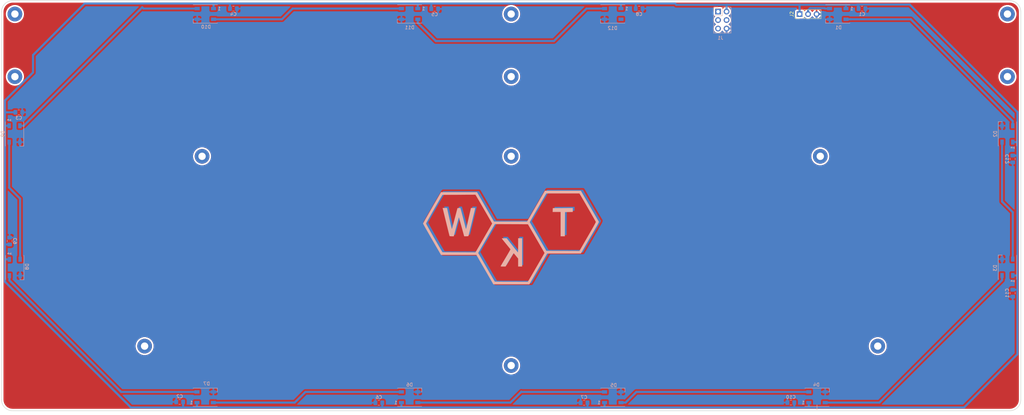
<source format=kicad_pcb>
(kicad_pcb (version 20171130) (host pcbnew 5.1.5+dfsg1-2build2)
  (layers (0 F.Cu signal hide) (31 B.Cu signal) (34 B.Paste user hide) (35 F.Paste user hide) (36 B.SilkS user) (37 F.SilkS user hide) (38 B.Mask user hide) (39 F.Mask user hide) (44 Edge.Cuts user))
  (net 0 "")
  (net 1 GND)
  (net 2 "Net-(D1-Pad2)")
  (net 3 "Net-(D2-Pad2)")
  (net 4 "Net-(D3-Pad2)")
  (net 5 "Net-(D4-Pad2)")
  (net 6 "Net-(D5-Pad2)")
  (net 7 "Net-(D6-Pad2)")
  (net 8 "Net-(D7-Pad2)")
  (net 9 "Net-(D8-Pad2)")
  (net 10 "Net-(D10-Pad2)")
  (net 11 "Net-(D11-Pad2)")
  (net 12 "Net-(D12-Pad2)")
  (net 13 reset)
  (net 14 +5V)
  (net 15 MISO)
  (net 16 RGB1)
  (net 17 "Net-(D10-Pad4)")
  (net 18 "Net-(J1-Pad3)")
  (net 19 "Net-(J1-Pad4)")
  (module TKW:tkw (layer B.Cu) (at 206.1845 128.5875 180)
    (fp_text reference G*** hide)
    (fp_text value LOGO hide)
    (fp_poly (pts (xy -9.85418 12.721167) (xy -9.606254 12.292457) (xy -9.289447 11.744341) (xy -8.919507 11.104079) (xy -8.512181 10.398935) (xy -8.083217 9.656171) (xy -7.648364 8.903048) (xy -7.223368 8.166829) (xy -7.188778 8.106901) (xy -5.417354 5.037801) (xy 4.488646 5.039865) (xy 7.026119 9.441433) (xy 9.563592 13.843) (xy 14.943336 13.843) (xy 20.323081 13.843001) (xy 20.753483 13.102167) (xy 21.365391 12.047679) (xy 21.959775 11.02099) (xy 22.530879 10.032181) (xy 23.072947 9.091331) (xy 23.580223 8.208517) (xy 24.046951 7.393819) (xy 24.467375 6.657317) (xy 24.835738 6.009089) (xy 25.146284 5.459214) (xy 25.393257 5.017771) (xy 25.570901 4.694839) (xy 25.67346 4.500497) (xy 25.697646 4.445001) (xy 25.655997 4.35512) (xy 25.534889 4.128991) (xy 25.340077 3.776691) (xy 25.077318 3.308299) (xy 24.752368 2.733895) (xy 24.370983 2.063557) (xy 23.938919 1.307364) (xy 23.461932 0.475396) (xy 22.945779 -0.422269) (xy 22.396216 -1.375552) (xy 21.818998 -2.374373) (xy 21.219883 -3.408654) (xy 20.753483 -4.212166) (xy 20.323081 -4.953) (xy 9.737979 -4.95474) (xy 9.266849 -5.77937) (xy 9.12795 -6.021656) (xy 8.915096 -6.391841) (xy 8.639069 -6.87122) (xy 8.310652 -7.441086) (xy 7.94063 -8.082734) (xy 7.539786 -8.777459) (xy 7.118903 -9.506553) (xy 6.729288 -10.181166) (xy 4.662858 -13.758333) (xy -6.099227 -13.758333) (xy -8.763957 -9.144289) (xy -11.428687 -4.530246) (xy -21.509307 -4.529666) (xy -21.602404 -4.368245) (xy -10.637928 -4.368245) (xy -10.266425 -5.020455) (xy -10.010007 -5.469388) (xy -9.705442 -6.000564) (xy -9.362531 -6.59706) (xy -8.991074 -7.241952) (xy -8.60087 -7.918314) (xy -8.20172 -8.609224) (xy -7.803423 -9.297756) (xy -7.41578 -9.966986) (xy -7.048591 -10.59999) (xy -6.711656 -11.179844) (xy -6.414774 -11.689624) (xy -6.167747 -12.112405) (xy -5.980374 -12.431263) (xy -5.862455 -12.629274) (xy -5.831417 -12.679514) (xy -5.625716 -12.997696) (xy -0.697565 -12.975848) (xy 4.230585 -12.954) (xy 4.536726 -12.446) (xy 4.663335 -12.232677) (xy 4.859027 -11.89886) (xy 5.108492 -11.470861) (xy 5.39642 -10.97499) (xy 5.7075 -10.437559) (xy 5.965459 -9.990666) (xy 6.347038 -9.328736) (xy 6.775424 -8.585588) (xy 7.220217 -7.813957) (xy 7.651019 -7.066578) (xy 8.037434 -6.396187) (xy 8.147392 -6.205416) (xy 9.206732 -4.367499) (xy 6.896478 -0.363416) (xy 6.455725 0.400023) (xy 6.035275 1.1274) (xy 5.643683 1.803974) (xy 5.289504 2.415007) (xy 4.981294 2.945758) (xy 4.727608 3.381489) (xy 4.537 3.707458) (xy 4.418027 3.908927) (xy 4.387776 3.958849) (xy 4.189328 4.27703) (xy -5.667708 4.233334) (xy -7.066531 1.813904) (xy -7.471187 1.113916) (xy -7.909321 0.355863) (xy -8.357618 -0.419901) (xy -8.792759 -1.173025) (xy -9.191428 -1.863155) (xy -9.530308 -2.44994) (xy -9.551641 -2.486886) (xy -10.637928 -4.368245) (xy -21.602404 -4.368245) (xy -23.279404 -1.4605) (xy -23.706042 -0.721197) (xy -24.146961 0.042053) (xy -24.585843 0.801055) (xy -25.006369 1.527614) (xy -25.392219 2.193537) (xy -25.727075 2.770628) (xy -25.994616 3.230694) (xy -26.00678 3.251572) (xy -26.338359 3.830389) (xy -26.596949 4.30267) (xy -26.777901 4.65928) (xy -26.876565 4.891083) (xy -26.885045 4.952008) (xy -25.987692 4.952008) (xy -25.958553 4.846656) (xy -25.849226 4.609141) (xy -25.666654 4.252495) (xy -25.417779 3.789751) (xy -25.109544 3.233942) (xy -24.748892 2.5981) (xy -24.544396 2.242675) (xy -24.139312 1.541549) (xy -23.710805 0.799446) (xy -23.279038 0.051312) (xy -22.864172 -0.667903) (xy -22.486371 -1.323251) (xy -22.165798 -1.879783) (xy -22.066579 -2.052178) (xy -21.080687 -3.765691) (xy -11.178621 -3.725333) (xy -10.026752 -1.735666) (xy -9.664329 -1.109526) (xy -9.243117 -0.381629) (xy -8.789063 0.403174) (xy -8.328113 1.200032) (xy -7.886215 1.964095) (xy -7.541522 2.560209) (xy -6.450239 4.447718) (xy 5.022462 4.447718) (xy 7.331431 0.445859) (xy 7.772064 -0.31737) (xy 8.192395 -1.044539) (xy 8.583865 -1.720902) (xy 8.937917 -2.331715) (xy 9.245994 -2.862234) (xy 9.499536 -3.297712) (xy 9.689986 -3.623407) (xy 9.808786 -3.824573) (xy 9.838849 -3.874181) (xy 10.037297 -4.192363) (xy 14.966993 -4.170514) (xy 19.896689 -4.148666) (xy 20.372332 -3.344333) (xy 20.744842 -2.711646) (xy 21.142889 -2.030645) (xy 21.557933 -1.316345) (xy 21.981433 -0.583759) (xy 22.404848 0.152098) (xy 22.819637 0.876212) (xy 23.21726 1.573569) (xy 23.589175 2.229154) (xy 23.926844 2.827954) (xy 24.221723 3.354954) (xy 24.465274 3.795139) (xy 24.648955 4.133496) (xy 24.764226 4.35501) (xy 24.802598 4.443918) (xy 24.761429 4.538493) (xy 24.643604 4.764431) (xy 24.457645 5.106745) (xy 24.212077 5.550447) (xy 23.915422 6.080552) (xy 23.576203 6.682072) (xy 23.202944 7.34002) (xy 22.804168 8.03941) (xy 22.388398 8.765254) (xy 21.964158 9.502566) (xy 21.53997 10.236358) (xy 21.124357 10.951644) (xy 20.725843 11.633437) (xy 20.372117 12.234334) (xy 19.896689 13.038667) (xy 14.967153 13.060515) (xy 10.037617 13.082364) (xy 9.831916 12.764182) (xy 9.754866 12.637235) (xy 9.603154 12.380444) (xy 9.386579 12.010733) (xy 9.114939 11.545024) (xy 8.798034 11.00024) (xy 8.445662 10.393302) (xy 8.067623 9.741134) (xy 7.673715 9.060657) (xy 7.273737 8.368794) (xy 6.877489 7.682469) (xy 6.494769 7.018602) (xy 6.135376 6.394117) (xy 5.809109 5.825935) (xy 5.525768 5.33098) (xy 5.395437 5.102526) (xy 5.022462 4.447718) (xy -6.450239 4.447718) (xy -6.208163 4.866417) (xy -6.483839 5.354209) (xy -6.625993 5.603935) (xy -6.840982 5.979231) (xy -7.116719 6.459168) (xy -7.441117 7.022818) (xy -7.802091 7.649249) (xy -8.187553 8.317535) (xy -8.585417 9.006744) (xy -8.983595 9.695949) (xy -9.370002 10.36422) (xy -9.73255 10.990627) (xy -10.059154 11.554242) (xy -10.337725 12.034135) (xy -10.556178 12.409378) (xy -10.701616 12.657667) (xy -11.176 13.462) (xy -21.079375 13.462) (xy -21.555029 12.657667) (xy -21.760832 12.30769) (xy -22.020612 11.862808) (xy -22.324832 11.339605) (xy -22.663951 10.754663) (xy -23.028432 10.124565) (xy -23.408735 9.465892) (xy -23.79532 8.795227) (xy -24.17865 8.129152) (xy -24.549185 7.48425) (xy -24.897386 6.877104) (xy -25.213714 6.324295) (xy -25.48863 5.842406) (xy -25.712596 5.448019) (xy -25.876071 5.157718) (xy -25.969518 4.988083) (xy -25.987692 4.952008) (xy -26.885045 4.952008) (xy -26.88995 4.987239) (xy -26.832664 5.078735) (xy -26.700314 5.300881) (xy -26.502308 5.637565) (xy -26.248051 6.072674) (xy -25.94695 6.590099) (xy -25.608412 7.173728) (xy -25.241844 7.80745) (xy -25.105646 8.043334) (xy -24.721206 8.709181) (xy -24.353047 9.346279) (xy -24.01209 9.935774) (xy -23.709252 10.458808) (xy -23.455454 10.896526) (xy -23.261615 11.230072) (xy -23.138655 11.440591) (xy -23.119945 11.472334) (xy -22.978769 11.713279) (xy -22.776577 12.061423) (xy -22.536405 12.476961) (xy -22.281285 12.920091) (xy -22.176763 13.102167) (xy -21.509085 14.266334) (xy -10.748158 14.266334) (xy -9.85418 12.721167)) (layer B.Cu) (width 0.01))
    (fp_poly (pts (xy -16.002909 9.145084) (xy -13.018409 9.122834) (xy -12.968339 7.979834) (xy -15.346742 7.979834) (xy -15.346742 0.6985) (xy -16.614924 0.6985) (xy -16.637 4.318) (xy -16.659075 7.9375) (xy -18.987409 7.984612) (xy -18.987409 9.167333) (xy -16.002909 9.145084)) (layer B.Cu) (width 0.01))
    (fp_poly (pts (xy -2.45033 -1.933351) (xy -2.447904 -2.51179) (xy -2.441079 -3.029806) (xy -2.430535 -3.464759) (xy -2.416952 -3.794008) (xy -2.401009 -3.99491) (xy -2.38683 -4.048012) (xy -2.321053 -3.983257) (xy -2.164466 -3.800651) (xy -1.930021 -3.51616) (xy -1.63067 -3.14575) (xy -1.279365 -2.705387) (xy -0.889058 -2.211038) (xy -0.67233 -1.934546) (xy 0.97867 0.176913) (xy 1.726559 0.180115) (xy 2.078929 0.173158) (xy 2.326595 0.150888) (xy 2.441953 0.11628) (xy 2.446225 0.102494) (xy 2.386527 0.016744) (xy 2.234226 -0.180258) (xy 2.004661 -0.469296) (xy 1.713174 -0.831153) (xy 1.375105 -1.246613) (xy 1.148003 -1.523704) (xy 0.789049 -1.96171) (xy 0.467171 -2.356801) (xy 0.197653 -2.690029) (xy -0.004223 -2.942444) (xy -0.123174 -3.095095) (xy -0.148633 -3.131458) (xy -0.113098 -3.216402) (xy 0 -3.429) (xy 0.180747 -3.751914) (xy 0.419229 -4.167809) (xy 0.705534 -4.659348) (xy 1.029748 -5.209197) (xy 1.277523 -5.625489) (xy 1.625708 -6.209448) (xy 1.946533 -6.749768) (xy 2.229497 -7.228592) (xy 2.464103 -7.628064) (xy 2.639851 -7.930329) (xy 2.746244 -8.11753) (xy 2.773718 -8.170246) (xy 2.760222 -8.225982) (xy 2.651299 -8.260755) (xy 2.422051 -8.278549) (xy 2.066372 -8.283351) (xy 1.315623 -8.283351) (xy 0.134702 -6.293684) (xy -0.176712 -5.771877) (xy -0.460874 -5.301218) (xy -0.706221 -4.900422) (xy -0.90119 -4.588202) (xy -1.034217 -4.383271) (xy -1.093738 -4.304341) (xy -1.094809 -4.304018) (xy -1.163918 -4.365811) (xy -1.31677 -4.534266) (xy -1.531105 -4.784) (xy -1.78466 -5.089626) (xy -1.796864 -5.104568) (xy -2.45033 -5.905118) (xy -2.45033 -8.283351) (xy -3.635663 -8.283351) (xy -3.635663 0.183316) (xy -2.45033 0.183316) (xy -2.45033 -1.933351)) (layer B.Cu) (width 0.01))
    (fp_poly (pts (xy 15.136147 9.216436) (xy 15.575001 9.19097) (xy 16.386949 6.080941) (xy 16.569872 5.383165) (xy 16.740466 4.737932) (xy 16.893833 4.163361) (xy 17.025071 3.677572) (xy 17.12928 3.298686) (xy 17.20156 3.044824) (xy 17.237009 2.934104) (xy 17.238819 2.93099) (xy 17.265482 3.001602) (xy 17.32438 3.220003) (xy 17.411306 3.568618) (xy 17.522053 4.029871) (xy 17.652414 4.586187) (xy 17.798179 5.21999) (xy 17.955143 5.913704) (xy 17.988426 6.062185) (xy 18.698109 9.233303) (xy 20.001831 9.233303) (xy 19.89747 8.788803) (xy 19.80943 8.417805) (xy 19.694882 7.941235) (xy 19.558537 7.378203) (xy 19.405105 6.747816) (xy 19.239296 6.069182) (xy 19.065821 5.36141) (xy 18.889389 4.643606) (xy 18.714712 3.93488) (xy 18.5465 3.254339) (xy 18.389463 2.621091) (xy 18.248311 2.054243) (xy 18.127755 1.572905) (xy 18.032505 1.196184) (xy 17.967271 0.943188) (xy 17.936765 0.833025) (xy 17.935563 0.830136) (xy 17.838237 0.799072) (xy 17.617375 0.776444) (xy 17.318728 0.766726) (xy 17.286151 0.766636) (xy 16.674901 0.766636) (xy 16.517572 1.38047) (xy 16.390159 1.873523) (xy 16.245441 2.426734) (xy 16.089445 3.017736) (xy 15.928201 3.62416) (xy 15.767737 4.223638) (xy 15.61408 4.793801) (xy 15.473261 5.31228) (xy 15.351307 5.756708) (xy 15.254246 6.104715) (xy 15.188107 6.333933) (xy 15.158919 6.421995) (xy 15.158826 6.422095) (xy 15.119201 6.370216) (xy 15.058033 6.199535) (xy 15.026137 6.088016) (xy 14.975818 5.902155) (xy 14.888166 5.581058) (xy 14.77088 5.152726) (xy 14.631654 4.645158) (xy 14.478186 4.086355) (xy 14.318173 3.504318) (xy 14.159312 2.927047) (xy 14.009298 2.382542) (xy 13.875829 1.898805) (xy 13.766602 1.503835) (xy 13.708865 1.295803) (xy 13.561633 0.766636) (xy 12.937857 0.766636) (xy 12.561149 0.780011) (xy 12.343944 0.820969) (xy 12.280378 0.87247) (xy 12.244502 1.005323) (xy 12.183803 1.248695) (xy 12.116487 1.528636) (xy 12.067248 1.73377) (xy 11.982909 2.08171) (xy 11.86875 2.550818) (xy 11.730049 3.119451) (xy 11.572087 3.76597) (xy 11.400143 4.468733) (xy 11.219496 5.206099) (xy 11.186945 5.338863) (xy 11.008538 6.068289) (xy 10.840977 6.756909) (xy 10.689022 7.384905) (xy 10.557431 7.93246) (xy 10.45096 8.379755) (xy 10.37437 8.706973) (xy 10.332418 8.894295) (xy 10.328071 8.91603) (xy 10.26855 9.233303) (xy 11.542225 9.233303) (xy 11.710986 8.49247) (xy 11.774558 8.212228) (xy 11.868457 7.796726) (xy 11.98593 7.275924) (xy 12.120224 6.679785) (xy 12.264584 6.038271) (xy 12.412257 5.381345) (xy 12.417071 5.359919) (xy 12.555943 4.750147) (xy 12.68537 4.197713) (xy 12.800237 3.723205) (xy 12.89543 3.347215) (xy 12.965835 3.090331) (xy 13.006338 2.973143) (xy 13.011168 2.968086) (xy 13.065201 3.041249) (xy 13.121274 3.219879) (xy 13.126419 3.243136) (xy 13.162549 3.394339) (xy 13.235347 3.68423) (xy 13.338294 4.087764) (xy 13.464871 4.579899) (xy 13.608557 5.135588) (xy 13.762833 5.729787) (xy 13.921178 6.337452) (xy 14.077074 6.933538) (xy 14.224 7.493) (xy 14.355437 7.990795) (xy 14.464865 8.401877) (xy 14.545763 8.701201) (xy 14.571218 8.793102) (xy 14.697292 9.241902) (xy 15.136147 9.216436)) (layer B.Cu) (width 0.01))
  )
  (module LED_SMD:LED_WS2812B_PLCC4_5.0x5.0mm_P3.2mm (layer B.Cu) (at 236.601 61.6585 180)
    (fp_text reference D12 (at 0.0635 -4.2545) (layer B.SilkS) (effects (justify mirror)))
    (fp_text value WS2812B)
    (fp_text user 1 (at -4.15 1.6) (layer B.SilkS) (effects (justify mirror)))
    (pad 1 smd rect (at -2.45 1.6 180) (size 1.5 1) (layers B.Cu B.Paste B.Mask) (net 14 +5V))
    (pad 2 smd rect (at -2.45 -1.6 180) (size 1.5 1) (layers B.Cu B.Paste B.Mask) (net 12 "Net-(D12-Pad2)"))
    (pad 4 smd rect (at 2.45 1.6 180) (size 1.5 1) (layers B.Cu B.Paste B.Mask) (net 11 "Net-(D11-Pad2)"))
    (pad 3 smd rect (at 2.45 -1.6 180) (size 1.5 1) (layers B.Cu B.Paste B.Mask) (net 1 GND))
  )
  (module LED_SMD:LED_WS2812B_PLCC4_5.0x5.0mm_P3.2mm (layer B.Cu) (at 175.8315 61.6585 180)
    (fp_text reference D11 (at 0 -4.064) (layer B.SilkS) (effects (justify mirror)))
    (fp_text value WS2812B)
    (fp_text user 1 (at -4.15 1.6) (layer B.SilkS) (effects (justify mirror)))
    (pad 1 smd rect (at -2.45 1.6 180) (size 1.5 1) (layers B.Cu B.Paste B.Mask) (net 14 +5V))
    (pad 2 smd rect (at -2.45 -1.6 180) (size 1.5 1) (layers B.Cu B.Paste B.Mask) (net 11 "Net-(D11-Pad2)"))
    (pad 4 smd rect (at 2.45 1.6 180) (size 1.5 1) (layers B.Cu B.Paste B.Mask) (net 10 "Net-(D10-Pad2)"))
    (pad 3 smd rect (at 2.45 -1.6 180) (size 1.5 1) (layers B.Cu B.Paste B.Mask) (net 1 GND))
  )
  (module LED_SMD:LED_WS2812B_PLCC4_5.0x5.0mm_P3.2mm (layer B.Cu) (at 114.7445 61.6585 180)
    (fp_text reference D10 (at -0.1905 -3.8735) (layer B.SilkS) (effects (justify mirror)))
    (fp_text value WS2812B)
    (fp_text user 1 (at -4.15 1.6) (layer B.SilkS) (effects (justify mirror)))
    (pad 1 smd rect (at -2.45 1.6 180) (size 1.5 1) (layers B.Cu B.Paste B.Mask) (net 14 +5V))
    (pad 2 smd rect (at -2.45 -1.6 180) (size 1.5 1) (layers B.Cu B.Paste B.Mask) (net 10 "Net-(D10-Pad2)"))
    (pad 4 smd rect (at 2.45 1.6 180) (size 1.5 1) (layers B.Cu B.Paste B.Mask) (net 17 "Net-(D10-Pad4)"))
    (pad 3 smd rect (at 2.45 -1.6 180) (size 1.5 1) (layers B.Cu B.Paste B.Mask) (net 1 GND))
  )
  (module LED_SMD:LED_WS2812B_PLCC4_5.0x5.0mm_P3.2mm (layer B.Cu) (at 57.658 97.5995 270)
    (fp_text reference D9 (at 0 3.5 90) (layer B.SilkS) (effects (justify mirror)))
    (fp_text value WS2812B)
    (fp_text user 1 (at -4.15 1.6 90) (layer B.SilkS) (effects (justify mirror)))
    (pad 1 smd rect (at -2.45 1.6 270) (size 1.5 1) (layers B.Cu B.Paste B.Mask) (net 14 +5V))
    (pad 2 smd rect (at -2.45 -1.6 270) (size 1.5 1) (layers B.Cu B.Paste B.Mask) (net 17 "Net-(D10-Pad4)"))
    (pad 4 smd rect (at 2.45 1.6 270) (size 1.5 1) (layers B.Cu B.Paste B.Mask) (net 9 "Net-(D8-Pad2)"))
    (pad 3 smd rect (at 2.45 -1.6 270) (size 1.5 1) (layers B.Cu B.Paste B.Mask) (net 1 GND))
  )
  (module LED_SMD:LED_WS2812B_PLCC4_5.0x5.0mm_P3.2mm (layer B.Cu) (at 57.7215 137.6045 270)
    (fp_text reference D8 (at -0.254 -3.683 90) (layer B.SilkS) (effects (justify mirror)))
    (fp_text value WS2812B)
    (fp_text user 1 (at -4.15 1.6 90) (layer B.SilkS) (effects (justify mirror)))
    (pad 1 smd rect (at -2.45 1.6 270) (size 1.5 1) (layers B.Cu B.Paste B.Mask) (net 14 +5V))
    (pad 2 smd rect (at -2.45 -1.6 270) (size 1.5 1) (layers B.Cu B.Paste B.Mask) (net 9 "Net-(D8-Pad2)"))
    (pad 4 smd rect (at 2.45 1.6 270) (size 1.5 1) (layers B.Cu B.Paste B.Mask) (net 8 "Net-(D7-Pad2)"))
    (pad 3 smd rect (at 2.45 -1.6 270) (size 1.5 1) (layers B.Cu B.Paste B.Mask) (net 1 GND))
  )
  (module LED_SMD:LED_WS2812B_PLCC4_5.0x5.0mm_P3.2mm (layer B.Cu) (at 114.681 176.4665)
    (fp_text reference D7 (at 0.4445 -4.064) (layer B.SilkS) (effects (justify mirror)))
    (fp_text value WS2812B)
    (fp_text user 1 (at -4.15 1.6) (layer B.SilkS) (effects (justify mirror)))
    (pad 1 smd rect (at -2.45 1.6) (size 1.5 1) (layers B.Cu B.Paste B.Mask) (net 14 +5V))
    (pad 2 smd rect (at -2.45 -1.6) (size 1.5 1) (layers B.Cu B.Paste B.Mask) (net 8 "Net-(D7-Pad2)"))
    (pad 4 smd rect (at 2.45 1.6) (size 1.5 1) (layers B.Cu B.Paste B.Mask) (net 7 "Net-(D6-Pad2)"))
    (pad 3 smd rect (at 2.45 -1.6) (size 1.5 1) (layers B.Cu B.Paste B.Mask) (net 1 GND))
  )
  (module LED_SMD:LED_WS2812B_PLCC4_5.0x5.0mm_P3.2mm (layer B.Cu) (at 175.8315 176.4665)
    (fp_text reference D6 (at 0 -3.7465) (layer B.SilkS) (effects (justify mirror)))
    (fp_text value WS2812B)
    (fp_text user 1 (at -4.15 1.6) (layer B.SilkS) (effects (justify mirror)))
    (pad 1 smd rect (at -2.45 1.6) (size 1.5 1) (layers B.Cu B.Paste B.Mask) (net 14 +5V))
    (pad 2 smd rect (at -2.45 -1.6) (size 1.5 1) (layers B.Cu B.Paste B.Mask) (net 7 "Net-(D6-Pad2)"))
    (pad 4 smd rect (at 2.45 1.6) (size 1.5 1) (layers B.Cu B.Paste B.Mask) (net 6 "Net-(D5-Pad2)"))
    (pad 3 smd rect (at 2.45 -1.6) (size 1.5 1) (layers B.Cu B.Paste B.Mask) (net 1 GND))
  )
  (module LED_SMD:LED_WS2812B_PLCC4_5.0x5.0mm_P3.2mm (layer B.Cu) (at 236.601 176.4665)
    (fp_text reference D5 (at 0.254 -3.6195) (layer B.SilkS) (effects (justify mirror)))
    (fp_text value WS2812B)
    (fp_text user 1 (at -4.15 1.6) (layer B.SilkS) (effects (justify mirror)))
    (pad 1 smd rect (at -2.45 1.6) (size 1.5 1) (layers B.Cu B.Paste B.Mask) (net 14 +5V))
    (pad 2 smd rect (at -2.45 -1.6) (size 1.5 1) (layers B.Cu B.Paste B.Mask) (net 6 "Net-(D5-Pad2)"))
    (pad 4 smd rect (at 2.45 1.6) (size 1.5 1) (layers B.Cu B.Paste B.Mask) (net 5 "Net-(D4-Pad2)"))
    (pad 3 smd rect (at 2.45 -1.6) (size 1.5 1) (layers B.Cu B.Paste B.Mask) (net 1 GND))
  )
  (module LED_SMD:LED_WS2812B_PLCC4_5.0x5.0mm_P3.2mm (layer B.Cu) (at 297.688 176.4665)
    (fp_text reference D4 (at -0.1905 -3.7465) (layer B.SilkS) (effects (justify mirror)))
    (fp_text value WS2812B)
    (fp_text user 1 (at -4.15 1.6) (layer B.SilkS) (effects (justify mirror)))
    (pad 1 smd rect (at -2.45 1.6) (size 1.5 1) (layers B.Cu B.Paste B.Mask) (net 14 +5V))
    (pad 2 smd rect (at -2.45 -1.6) (size 1.5 1) (layers B.Cu B.Paste B.Mask) (net 5 "Net-(D4-Pad2)"))
    (pad 4 smd rect (at 2.45 1.6) (size 1.5 1) (layers B.Cu B.Paste B.Mask) (net 4 "Net-(D3-Pad2)"))
    (pad 3 smd rect (at 2.45 -1.6) (size 1.5 1) (layers B.Cu B.Paste B.Mask) (net 1 GND))
  )
  (module LED_SMD:LED_WS2812B_PLCC4_5.0x5.0mm_P3.2mm (layer B.Cu) (at 354.6475 137.541 90)
    (fp_text reference D3 (at -0.1905 -3.683 90) (layer B.SilkS) (effects (justify mirror)))
    (fp_text value WS2812B)
    (fp_text user 1 (at -4.15 1.6 90) (layer B.SilkS) (effects (justify mirror)))
    (pad 1 smd rect (at -2.45 1.6 90) (size 1.5 1) (layers B.Cu B.Paste B.Mask) (net 14 +5V))
    (pad 2 smd rect (at -2.45 -1.6 90) (size 1.5 1) (layers B.Cu B.Paste B.Mask) (net 4 "Net-(D3-Pad2)"))
    (pad 4 smd rect (at 2.45 1.6 90) (size 1.5 1) (layers B.Cu B.Paste B.Mask) (net 3 "Net-(D2-Pad2)"))
    (pad 3 smd rect (at 2.45 -1.6 90) (size 1.5 1) (layers B.Cu B.Paste B.Mask) (net 1 GND))
  )
  (module LED_SMD:LED_WS2812B_PLCC4_5.0x5.0mm_P3.2mm (layer B.Cu) (at 354.6475 97.5995 90)
    (fp_text reference D2 (at 0 -3.6195 90) (layer B.SilkS) (effects (justify mirror)))
    (fp_text value WS2812B)
    (fp_text user 1 (at -4.15 1.6 90) (layer B.SilkS) (effects (justify mirror)))
    (pad 1 smd rect (at -2.45 1.6 90) (size 1.5 1) (layers B.Cu B.Paste B.Mask) (net 14 +5V))
    (pad 2 smd rect (at -2.45 -1.6 90) (size 1.5 1) (layers B.Cu B.Paste B.Mask) (net 3 "Net-(D2-Pad2)"))
    (pad 4 smd rect (at 2.45 1.6 90) (size 1.5 1) (layers B.Cu B.Paste B.Mask) (net 2 "Net-(D1-Pad2)"))
    (pad 3 smd rect (at 2.45 -1.6 90) (size 1.5 1) (layers B.Cu B.Paste B.Mask) (net 1 GND))
  )
  (module LED_SMD:LED_WS2812B_PLCC4_5.0x5.0mm_P3.2mm (layer B.Cu) (at 303.911 61.6585 180)
    (fp_text reference D1 (at -0.1905 -4.064) (layer B.SilkS) (effects (justify mirror)))
    (fp_text value WS2812B)
    (fp_text user 1 (at -4.15 1.6) (layer B.SilkS) (effects (justify mirror)))
    (pad 1 smd rect (at -2.45 1.6 180) (size 1.5 1) (layers B.Cu B.Paste B.Mask) (net 14 +5V))
    (pad 2 smd rect (at -2.45 -1.6 180) (size 1.5 1) (layers B.Cu B.Paste B.Mask) (net 2 "Net-(D1-Pad2)"))
    (pad 4 smd rect (at 2.45 1.6 180) (size 1.5 1) (layers B.Cu B.Paste B.Mask) (net 16 RGB1))
    (pad 3 smd rect (at 2.45 -1.6 180) (size 1.5 1) (layers B.Cu B.Paste B.Mask) (net 1 GND))
  )
  (module Capacitor_SMD:C_0805_2012Metric_Pad1.15x1.40mm_HandSolder (layer B.Cu) (at 356.235 105.1015 270)
    (fp_text reference C12 (at 0 1.65 90) (layer B.SilkS) (effects (justify mirror)))
    (fp_text value C)
    (pad 2 smd roundrect (at 1.025 0 270) (size 1.15 1.4) (layers B.Cu B.Paste B.Mask) (roundrect_rratio 0.217391) (net 1 GND))
    (pad 1 smd roundrect (at -1.025 0 270) (size 1.15 1.4) (layers B.Cu B.Paste B.Mask) (roundrect_rratio 0.217391) (net 14 +5V))
  )
  (module Capacitor_SMD:C_0805_2012Metric_Pad1.15x1.40mm_HandSolder (layer B.Cu) (at 356.235 145.288 270)
    (fp_text reference C11 (at 0 1.65 90) (layer B.SilkS) (effects (justify mirror)))
    (fp_text value C)
    (pad 2 smd roundrect (at 1.025 0 270) (size 1.15 1.4) (layers B.Cu B.Paste B.Mask) (roundrect_rratio 0.217391) (net 1 GND))
    (pad 1 smd roundrect (at -1.025 0 270) (size 1.15 1.4) (layers B.Cu B.Paste B.Mask) (roundrect_rratio 0.217391) (net 14 +5V))
  )
  (module Capacitor_SMD:C_0805_2012Metric_Pad1.15x1.40mm_HandSolder (layer B.Cu) (at 289.8775 178.054 180)
    (fp_text reference C10 (at 0 1.65) (layer B.SilkS) (effects (justify mirror)))
    (fp_text value C)
    (pad 2 smd roundrect (at 1.025 0 180) (size 1.15 1.4) (layers B.Cu B.Paste B.Mask) (roundrect_rratio 0.217391) (net 1 GND))
    (pad 1 smd roundrect (at -1.025 0 180) (size 1.15 1.4) (layers B.Cu B.Paste B.Mask) (roundrect_rratio 0.217391) (net 14 +5V))
  )
  (module Capacitor_SMD:C_0805_2012Metric_Pad1.15x1.40mm_HandSolder (layer B.Cu) (at 56.1975 129.667 90)
    (fp_text reference C9 (at 0 1.65 90) (layer B.SilkS) (effects (justify mirror)))
    (fp_text value C)
    (pad 2 smd roundrect (at 1.025 0 90) (size 1.15 1.4) (layers B.Cu B.Paste B.Mask) (roundrect_rratio 0.217391) (net 1 GND))
    (pad 1 smd roundrect (at -1.025 0 90) (size 1.15 1.4) (layers B.Cu B.Paste B.Mask) (roundrect_rratio 0.217391) (net 14 +5V))
  )
  (module Capacitor_SMD:C_0805_2012Metric_Pad1.15x1.40mm_HandSolder (layer B.Cu) (at 244.484 60.071)
    (fp_text reference C8 (at 0 1.65) (layer B.SilkS) (effects (justify mirror)))
    (fp_text value C)
    (pad 2 smd roundrect (at 1.025 0) (size 1.15 1.4) (layers B.Cu B.Paste B.Mask) (roundrect_rratio 0.217391) (net 1 GND))
    (pad 1 smd roundrect (at -1.025 0) (size 1.15 1.4) (layers B.Cu B.Paste B.Mask) (roundrect_rratio 0.217391) (net 14 +5V))
  )
  (module Capacitor_SMD:C_0805_2012Metric_Pad1.15x1.40mm_HandSolder (layer B.Cu) (at 228.0195 178.1175 180)
    (fp_text reference C7 (at 0 1.65) (layer B.SilkS) (effects (justify mirror)))
    (fp_text value C)
    (pad 2 smd roundrect (at 1.025 0 180) (size 1.15 1.4) (layers B.Cu B.Paste B.Mask) (roundrect_rratio 0.217391) (net 1 GND))
    (pad 1 smd roundrect (at -1.025 0 180) (size 1.15 1.4) (layers B.Cu B.Paste B.Mask) (roundrect_rratio 0.217391) (net 14 +5V))
  )
  (module Capacitor_SMD:C_0805_2012Metric_Pad1.15x1.40mm_HandSolder (layer B.Cu) (at 166.624 178.1175 180)
    (fp_text reference C6 (at 0 1.65) (layer B.SilkS) (effects (justify mirror)))
    (fp_text value C)
    (pad 2 smd roundrect (at 1.025 0 180) (size 1.15 1.4) (layers B.Cu B.Paste B.Mask) (roundrect_rratio 0.217391) (net 1 GND))
    (pad 1 smd roundrect (at -1.025 0 180) (size 1.15 1.4) (layers B.Cu B.Paste B.Mask) (roundrect_rratio 0.217391) (net 14 +5V))
  )
  (module Capacitor_SMD:C_0805_2012Metric_Pad1.15x1.40mm_HandSolder (layer B.Cu) (at 183.3245 60.1345)
    (fp_text reference C5 (at 0 1.65) (layer B.SilkS) (effects (justify mirror)))
    (fp_text value C)
    (pad 2 smd roundrect (at 1.025 0) (size 1.15 1.4) (layers B.Cu B.Paste B.Mask) (roundrect_rratio 0.217391) (net 1 GND))
    (pad 1 smd roundrect (at -1.025 0) (size 1.15 1.4) (layers B.Cu B.Paste B.Mask) (roundrect_rratio 0.217391) (net 14 +5V))
  )
  (module Capacitor_SMD:C_0805_2012Metric_Pad1.15x1.40mm_HandSolder (layer B.Cu) (at 123.1265 60.071)
    (fp_text reference C4 (at 0 1.65) (layer B.SilkS) (effects (justify mirror)))
    (fp_text value C)
    (pad 2 smd roundrect (at 1.025 0) (size 1.15 1.4) (layers B.Cu B.Paste B.Mask) (roundrect_rratio 0.217391) (net 1 GND))
    (pad 1 smd roundrect (at -1.025 0) (size 1.15 1.4) (layers B.Cu B.Paste B.Mask) (roundrect_rratio 0.217391) (net 14 +5V))
  )
  (module Capacitor_SMD:C_0805_2012Metric_Pad1.15x1.40mm_HandSolder (layer B.Cu) (at 58.937 91.1225)
    (fp_text reference C3 (at 0 1.65) (layer B.SilkS) (effects (justify mirror)))
    (fp_text value C)
    (pad 2 smd roundrect (at 1.025 0) (size 1.15 1.4) (layers B.Cu B.Paste B.Mask) (roundrect_rratio 0.217391) (net 1 GND))
    (pad 1 smd roundrect (at -1.025 0) (size 1.15 1.4) (layers B.Cu B.Paste B.Mask) (roundrect_rratio 0.217391) (net 14 +5V))
  )
  (module Capacitor_SMD:C_0805_2012Metric_Pad1.15x1.40mm_HandSolder (layer B.Cu) (at 107.052 177.8635 180)
    (fp_text reference C2 (at 0 1.65) (layer B.SilkS) (effects (justify mirror)))
    (fp_text value C)
    (pad 2 smd roundrect (at 1.025 0 180) (size 1.15 1.4) (layers B.Cu B.Paste B.Mask) (roundrect_rratio 0.217391) (net 1 GND))
    (pad 1 smd roundrect (at -1.025 0 180) (size 1.15 1.4) (layers B.Cu B.Paste B.Mask) (roundrect_rratio 0.217391) (net 14 +5V))
  )
  (module Capacitor_SMD:C_0805_2012Metric_Pad1.15x1.40mm_HandSolder (layer B.Cu) (at 311.15 60.071)
    (fp_text reference C1 (at 0 1.65) (layer B.SilkS) (effects (justify mirror)))
    (fp_text value C)
    (pad 2 smd roundrect (at 1.025 0) (size 1.15 1.4) (layers B.Cu B.Paste B.Mask) (roundrect_rratio 0.217391) (net 1 GND))
    (pad 1 smd roundrect (at -1.025 0) (size 1.15 1.4) (layers B.Cu B.Paste B.Mask) (roundrect_rratio 0.217391) (net 14 +5V))
  )
  (module MountingHole:MountingHole_2.2mm_M2_Pad (layer F.Cu) (at 206.213345 104.302994)
    (fp_text reference REF**)
    (fp_text value MountingHole_2.2mm_M2_Pad)
    (pad 1 thru_hole circle (at 0 0) (size 4.4 4.4) (drill 2.2) (layers *.Cu *.Mask))
  )
  (module MountingHole:MountingHole_2.2mm_M2_Pad (layer F.Cu) (at 206.213345 80.44475)
    (fp_text reference REF**)
    (fp_text value MountingHole_2.2mm_M2_Pad)
    (pad 1 thru_hole circle (at 0 0) (size 4.4 4.4) (drill 2.2) (layers *.Cu *.Mask))
  )
  (module MountingHole:MountingHole_2.2mm_M2_Pad (layer F.Cu) (at 206.213345 61.69475)
    (fp_text reference REF**)
    (fp_text value MountingHole_2.2mm_M2_Pad)
    (pad 1 thru_hole circle (at 0 0) (size 4.4 4.4) (drill 2.2) (layers *.Cu *.Mask))
  )
  (module MountingHole:MountingHole_2.2mm_M2_Pad (layer F.Cu) (at 206.213345 166.95811)
    (fp_text reference REF**)
    (fp_text value MountingHole_2.2mm_M2_Pad)
    (pad 1 thru_hole circle (at 0 0) (size 4.4 4.4) (drill 2.2) (layers *.Cu *.Mask))
  )
  (module MountingHole:MountingHole_2.2mm_M2_Pad (layer F.Cu) (at 298.671968 104.302994)
    (fp_text reference REF**)
    (fp_text value MountingHole_2.2mm_M2_Pad)
    (pad 1 thru_hole circle (at 0 0) (size 4.4 4.4) (drill 2.2) (layers *.Cu *.Mask))
  )
  (module MountingHole:MountingHole_2.2mm_M2_Pad (layer F.Cu) (at 113.754723 104.302994)
    (fp_text reference REF**)
    (fp_text value MountingHole_2.2mm_M2_Pad)
    (pad 1 thru_hole circle (at 0 0) (size 4.4 4.4) (drill 2.2) (layers *.Cu *.Mask))
  )
  (module MountingHole:MountingHole_2.2mm_M2_Pad (layer F.Cu) (at 315.860803 161.14696)
    (fp_text reference REF**)
    (fp_text value MountingHole_2.2mm_M2_Pad)
    (pad 1 thru_hole circle (at 0 0) (size 4.4 4.4) (drill 2.2) (layers *.Cu *.Mask))
  )
  (module MountingHole:MountingHole_2.2mm_M2_Pad (layer F.Cu) (at 96.565888 161.14696)
    (fp_text reference REF**)
    (fp_text value MountingHole_2.2mm_M2_Pad)
    (pad 1 thru_hole circle (at 0 0) (size 4.4 4.4) (drill 2.2) (layers *.Cu *.Mask))
  )
  (module MountingHole:MountingHole_2.2mm_M2_Pad (layer F.Cu) (at 354.660309 80.44475)
    (fp_text reference REF**)
    (fp_text value MountingHole_2.2mm_M2_Pad)
    (pad 1 thru_hole circle (at 0 0) (size 4.4 4.4) (drill 2.2) (layers *.Cu *.Mask))
  )
  (module MountingHole:MountingHole_2.2mm_M2_Pad (layer F.Cu) (at 354.660309 61.69475)
    (fp_text reference REF**)
    (fp_text value MountingHole_2.2mm_M2_Pad)
    (pad 1 thru_hole circle (at 0 0) (size 4.4 4.4) (drill 2.2) (layers *.Cu *.Mask))
  )
  (module MountingHole:MountingHole_2.2mm_M2_Pad (layer F.Cu) (at 57.766382 61.69475)
    (fp_text reference REF**)
    (fp_text value MountingHole_2.2mm_M2_Pad)
    (pad 1 thru_hole circle (at 0 0) (size 4.4 4.4) (drill 2.2) (layers *.Cu *.Mask))
  )
  (module MountingHole:MountingHole_2.2mm_M2_Pad (layer F.Cu) (at 57.766382 80.44475)
    (fp_text reference REF**)
    (fp_text value MountingHole_2.2mm_M2_Pad)
    (pad 1 thru_hole circle (at 0 0) (size 4.4 4.4) (drill 2.2) (layers *.Cu *.Mask))
  )
  (module Connector_PinSocket_2.54mm:PinSocket_2x03_P2.54mm_Vertical (layer B.Cu) (at 268.097 60.96 180)
    (fp_text reference J1 (at -0.6985 -7.874) (layer B.SilkS) (effects (justify mirror)))
    (fp_text value AVR-ISP-6)
    (pad 6 thru_hole oval (at -2.54 -5.08 180) (size 1.7 1.7) (drill 1) (layers *.Cu *.Mask) (net 1 GND))
    (pad 5 thru_hole oval (at 0 -5.08 180) (size 1.7 1.7) (drill 1) (layers *.Cu *.Mask) (net 13 reset))
    (pad 4 thru_hole oval (at -2.54 -2.54 180) (size 1.7 1.7) (drill 1) (layers *.Cu *.Mask) (net 19 "Net-(J1-Pad4)"))
    (pad 3 thru_hole oval (at 0 -2.54 180) (size 1.7 1.7) (drill 1) (layers *.Cu *.Mask) (net 18 "Net-(J1-Pad3)"))
    (pad 2 thru_hole oval (at -2.54 0 180) (size 1.7 1.7) (drill 1) (layers *.Cu *.Mask) (net 14 +5V))
    (pad 1 thru_hole rect (at 0 0 180) (size 1.7 1.7) (drill 1) (layers *.Cu *.Mask) (net 15 MISO))
  )
  (module Connector_PinHeader_2.54mm:PinHeader_1x03_P2.54mm_Vertical (layer F.Cu) (at 292.481 61.722 90)
    (fp_text reference J2 (at 0 -2.33 90) (layer F.SilkS))
    (fp_text value Conn_01x03_Male)
    (pad 3 thru_hole oval (at 0 5.08 90) (size 1.7 1.7) (drill 1) (layers *.Cu *.Mask) (net 1 GND))
    (pad 2 thru_hole oval (at 0 2.54 90) (size 1.7 1.7) (drill 1) (layers *.Cu *.Mask) (net 16 RGB1))
    (pad 1 thru_hole rect (at 0 0 90) (size 1.7 1.7) (drill 1) (layers *.Cu *.Mask) (net 14 +5V))
  )
  (gr_line (start 297.688 178.7525) (end 297.688 180.1495) (layer B.SilkS) (width 0.15))
  (gr_line (start 355.35325 180.502219) (end 57.076441 180.502219) (layer Edge.Cuts) (width 0.15))
  (gr_line (start 358.660309 61.001809) (end 358.660309 177.19516) (layer Edge.Cuts) (width 0.15))
  (gr_line (start 57.073441 57.69475) (end 355.35325 57.69475) (layer Edge.Cuts) (width 0.15))
  (gr_line (start 53.766382 177.198159) (end 53.766382 61.001809) (layer Edge.Cuts) (width 0.15))
  (gr_arc (start 355.35325 61.001809) (end 358.660309 61.001809) (angle -90) (layer Edge.Cuts) (width 0.15))
  (gr_arc (start 355.35325 177.19516) (end 355.35325 180.502219) (angle -90) (layer Edge.Cuts) (width 0.15))
  (gr_arc (start 57.073441 177.195159) (end 53.766382 177.198159) (angle -90) (layer Edge.Cuts) (width 0.15))
  (gr_arc (start 57.073441 61.001809) (end 57.073441 57.69475) (angle -90) (layer Edge.Cuts) (width 0.15))
  (segment (start 307.746 63.2585) (end 306.361 63.2585) (width 0.635) (layer B.Cu) (net 2))
  (segment (start 325.7415 63.2585) (end 307.746 63.2585) (width 0.635) (layer B.Cu) (net 2))
  (segment (start 356.2475 93.7645) (end 325.7415 63.2585) (width 0.635) (layer B.Cu) (net 2))
  (segment (start 356.2475 95.1495) (end 356.2475 93.7645) (width 0.635) (layer B.Cu) (net 2))
  (segment (start 353.0475 117.8435) (end 353.0475 100.0495) (width 0.635) (layer B.Cu) (net 3))
  (segment (start 356.2475 121.0435) (end 353.0475 117.8435) (width 0.635) (layer B.Cu) (net 3))
  (segment (start 356.2475 135.091) (end 356.2475 121.0435) (width 0.635) (layer B.Cu) (net 3))
  (segment (start 353.0475 141.376) (end 353.0475 139.991) (width 0.635) (layer B.Cu) (net 4))
  (segment (start 316.357 178.0665) (end 353.0475 141.376) (width 0.635) (layer B.Cu) (net 4))
  (segment (start 300.138 178.0665) (end 316.357 178.0665) (width 0.635) (layer B.Cu) (net 4))
  (segment (start 293.853 174.8665) (end 295.238 174.8665) (width 0.635) (layer B.Cu) (net 5))
  (segment (start 243.636 174.8665) (end 293.853 174.8665) (width 0.635) (layer B.Cu) (net 5))
  (segment (start 240.436 178.0665) (end 243.636 174.8665) (width 0.635) (layer B.Cu) (net 5))
  (segment (start 239.051 178.0665) (end 240.436 178.0665) (width 0.635) (layer B.Cu) (net 5))
  (segment (start 178.2815 178.0665) (end 205.9815 178.0665) (width 0.635) (layer B.Cu) (net 6))
  (segment (start 205.9815 178.0665) (end 209.2325 174.8155) (width 0.635) (layer B.Cu) (net 6))
  (segment (start 209.2835 174.8665) (end 234.151 174.8665) (width 0.635) (layer B.Cu) (net 6))
  (segment (start 209.2325 174.8155) (end 209.2835 174.8665) (width 0.635) (layer B.Cu) (net 6))
  (segment (start 144.6655 174.8665) (end 173.3815 174.8665) (width 0.635) (layer B.Cu) (net 7))
  (segment (start 141.4655 178.0665) (end 144.6655 174.8665) (width 0.635) (layer B.Cu) (net 7))
  (segment (start 117.131 178.0665) (end 141.4655 178.0665) (width 0.635) (layer B.Cu) (net 7))
  (segment (start 110.846 174.8665) (end 112.231 174.8665) (width 0.635) (layer B.Cu) (net 8))
  (segment (start 89.5485 174.8665) (end 110.846 174.8665) (width 0.635) (layer B.Cu) (net 8))
  (segment (start 56.1215 141.4395) (end 89.5485 174.8665) (width 0.635) (layer B.Cu) (net 8))
  (segment (start 56.1215 140.0545) (end 56.1215 141.4395) (width 0.635) (layer B.Cu) (net 8))
  (segment (start 59.3215 116.9795) (end 59.3215 135.1545) (width 0.635) (layer B.Cu) (net 9))
  (segment (start 56.058 113.716) (end 59.3215 116.9795) (width 0.635) (layer B.Cu) (net 9))
  (segment (start 56.058 100.0495) (end 56.058 113.716) (width 0.635) (layer B.Cu) (net 9))
  (segment (start 140.8555 60.0585) (end 173.3815 60.0585) (width 0.635) (layer B.Cu) (net 10))
  (segment (start 137.6555 63.2585) (end 140.8555 60.0585) (width 0.635) (layer B.Cu) (net 10))
  (segment (start 117.1945 63.2585) (end 137.6555 63.2585) (width 0.635) (layer B.Cu) (net 10))
  (segment (start 178.2815 64.3935) (end 183.6745 69.7865) (width 0.635) (layer B.Cu) (net 11))
  (segment (start 178.2815 63.2585) (end 178.2815 64.3935) (width 0.635) (layer B.Cu) (net 11))
  (segment (start 183.6745 69.7865) (end 219.0115 69.7865) (width 0.635) (layer B.Cu) (net 11))
  (segment (start 228.7395 60.0585) (end 234.151 60.0585) (width 0.635) (layer B.Cu) (net 11))
  (segment (start 219.0115 69.7865) (end 228.7395 60.0585) (width 0.635) (layer B.Cu) (net 11))
  (segment (start 310.125 59.371) (end 309.682 58.928) (width 0.635) (layer B.Cu) (net 14))
  (segment (start 310.125 60.071) (end 310.125 59.371) (width 0.635) (layer B.Cu) (net 14))
  (segment (start 255.610241 58.928) (end 255.229241 58.547) (width 0.635) (layer B.Cu) (net 14))
  (segment (start 78.613 58.547) (end 63.1825 73.9775) (width 0.635) (layer B.Cu) (net 14))
  (segment (start 63.1825 79.1845) (end 54.8005 87.5665) (width 0.635) (layer B.Cu) (net 14))
  (segment (start 63.1825 73.9775) (end 63.1825 79.1845) (width 0.635) (layer B.Cu) (net 14))
  (segment (start 54.8005 87.5665) (end 54.8005 88.7095) (width 0.635) (layer B.Cu) (net 14))
  (segment (start 54.8005 141.859) (end 92.456 179.5145) (width 0.635) (layer B.Cu) (net 14))
  (segment (start 292.608 58.928) (end 292.481 59.055) (width 0.635) (layer B.Cu) (net 14))
  (segment (start 292.481 59.055) (end 292.481 61.722) (width 0.635) (layer B.Cu) (net 14))
  (segment (start 306.324 60.0215) (end 306.361 60.0585) (width 0.635) (layer B.Cu) (net 14))
  (segment (start 306.324 58.928) (end 306.324 60.0215) (width 0.635) (layer B.Cu) (net 14))
  (segment (start 306.324 58.928) (end 292.6155 58.928) (width 0.635) (layer B.Cu) (net 14))
  (segment (start 239.051 58.7005) (end 239.051 60.0585) (width 0.635) (layer B.Cu) (net 14))
  (segment (start 239.2045 58.547) (end 239.051 58.7005) (width 0.635) (layer B.Cu) (net 14))
  (segment (start 243.459 58.674) (end 243.459 60.071) (width 0.635) (layer B.Cu) (net 14))
  (segment (start 243.586 58.547) (end 243.459 58.674) (width 0.635) (layer B.Cu) (net 14))
  (segment (start 255.229241 58.547) (end 243.586 58.547) (width 0.635) (layer B.Cu) (net 14))
  (segment (start 243.586 58.547) (end 239.2045 58.547) (width 0.635) (layer B.Cu) (net 14))
  (segment (start 122.1015 58.792) (end 122.1015 60.071) (width 0.635) (layer B.Cu) (net 14))
  (segment (start 121.8565 58.547) (end 122.1015 58.792) (width 0.635) (layer B.Cu) (net 14))
  (segment (start 162.7505 58.547) (end 121.8565 58.547) (width 0.635) (layer B.Cu) (net 14))
  (segment (start 117.1945 58.8275) (end 117.1945 60.0585) (width 0.635) (layer B.Cu) (net 14))
  (segment (start 117.475 58.547) (end 117.1945 58.8275) (width 0.635) (layer B.Cu) (net 14))
  (segment (start 121.8565 58.547) (end 117.475 58.547) (width 0.635) (layer B.Cu) (net 14))
  (segment (start 117.475 58.547) (end 78.613 58.547) (width 0.635) (layer B.Cu) (net 14))
  (segment (start 54.8005 95.0595) (end 54.8905 95.1495) (width 0.635) (layer B.Cu) (net 14))
  (segment (start 54.8905 95.1495) (end 56.058 95.1495) (width 0.635) (layer B.Cu) (net 14))
  (segment (start 54.9275 91.1225) (end 57.912 91.1225) (width 0.635) (layer B.Cu) (net 14))
  (segment (start 54.8005 91.2495) (end 54.9275 91.1225) (width 0.635) (layer B.Cu) (net 14))
  (segment (start 54.8005 88.7095) (end 54.8005 91.2495) (width 0.635) (layer B.Cu) (net 14))
  (segment (start 54.8005 91.2495) (end 54.8005 95.0595) (width 0.635) (layer B.Cu) (net 14))
  (segment (start 54.855 130.692) (end 56.1975 130.692) (width 0.635) (layer B.Cu) (net 14))
  (segment (start 54.8005 130.7465) (end 54.855 130.692) (width 0.635) (layer B.Cu) (net 14))
  (segment (start 54.8005 95.0595) (end 54.8005 130.7465) (width 0.635) (layer B.Cu) (net 14))
  (segment (start 54.954 135.1545) (end 56.1215 135.1545) (width 0.635) (layer B.Cu) (net 14))
  (segment (start 54.8005 135.001) (end 54.954 135.1545) (width 0.635) (layer B.Cu) (net 14))
  (segment (start 54.8005 130.7465) (end 54.8005 135.001) (width 0.635) (layer B.Cu) (net 14))
  (segment (start 54.8005 135.001) (end 54.8005 141.859) (width 0.635) (layer B.Cu) (net 14))
  (segment (start 108.077 179.5145) (end 108.077 177.8635) (width 0.635) (layer B.Cu) (net 14))
  (segment (start 92.456 179.5145) (end 108.077 179.5145) (width 0.635) (layer B.Cu) (net 14))
  (segment (start 112.231 179.4775) (end 112.231 178.0665) (width 0.635) (layer B.Cu) (net 14))
  (segment (start 112.268 179.5145) (end 112.231 179.4775) (width 0.635) (layer B.Cu) (net 14))
  (segment (start 108.077 179.5145) (end 112.268 179.5145) (width 0.635) (layer B.Cu) (net 14))
  (segment (start 173.3815 179.4775) (end 173.3815 178.0665) (width 0.635) (layer B.Cu) (net 14))
  (segment (start 173.4185 179.5145) (end 173.3815 179.4775) (width 0.635) (layer B.Cu) (net 14))
  (segment (start 167.649 179.442) (end 167.649 178.1175) (width 0.635) (layer B.Cu) (net 14))
  (segment (start 167.5765 179.5145) (end 167.649 179.442) (width 0.635) (layer B.Cu) (net 14))
  (segment (start 112.268 179.5145) (end 167.5765 179.5145) (width 0.635) (layer B.Cu) (net 14))
  (segment (start 167.5765 179.5145) (end 173.4185 179.5145) (width 0.635) (layer B.Cu) (net 14))
  (segment (start 229.0445 179.451) (end 229.0445 178.1175) (width 0.635) (layer B.Cu) (net 14))
  (segment (start 228.981 179.5145) (end 229.0445 179.451) (width 0.635) (layer B.Cu) (net 14))
  (segment (start 173.4185 179.5145) (end 228.981 179.5145) (width 0.635) (layer B.Cu) (net 14))
  (segment (start 234.151 179.4775) (end 234.151 178.0665) (width 0.635) (layer B.Cu) (net 14))
  (segment (start 234.188 179.5145) (end 234.151 179.4775) (width 0.635) (layer B.Cu) (net 14))
  (segment (start 228.981 179.5145) (end 234.188 179.5145) (width 0.635) (layer B.Cu) (net 14))
  (segment (start 295.238 179.2975) (end 295.238 178.0665) (width 0.635) (layer B.Cu) (net 14))
  (segment (start 295.021 179.5145) (end 295.238 179.2975) (width 0.635) (layer B.Cu) (net 14))
  (segment (start 290.9025 179.46) (end 290.9025 178.054) (width 0.635) (layer B.Cu) (net 14))
  (segment (start 290.957 179.5145) (end 290.9025 179.46) (width 0.635) (layer B.Cu) (net 14))
  (segment (start 234.188 179.5145) (end 290.957 179.5145) (width 0.635) (layer B.Cu) (net 14))
  (segment (start 290.957 179.5145) (end 295.021 179.5145) (width 0.635) (layer B.Cu) (net 14))
  (segment (start 356.935 144.263) (end 356.944 144.272) (width 0.635) (layer B.Cu) (net 14))
  (segment (start 356.235 144.263) (end 356.935 144.263) (width 0.635) (layer B.Cu) (net 14))
  (segment (start 356.944 144.272) (end 357.632 144.272) (width 0.635) (layer B.Cu) (net 14))
  (segment (start 357.632 144.272) (end 357.632 163.576) (width 0.635) (layer B.Cu) (net 14))
  (segment (start 357.632 163.576) (end 341.6935 179.5145) (width 0.635) (layer B.Cu) (net 14))
  (segment (start 341.6935 179.5145) (end 340.614 179.5145) (width 0.635) (layer B.Cu) (net 14))
  (segment (start 340.614 179.5145) (end 302.895 179.5145) (width 0.635) (layer B.Cu) (net 14))
  (segment (start 302.895 179.5145) (end 302.8315 179.5145) (width 0.635) (layer B.Cu) (net 14))
  (segment (start 295.021 179.5145) (end 302.895 179.5145) (width 0.635) (layer B.Cu) (net 14))
  (segment (start 309.76401 58.85349) (end 309.6895 58.928) (width 0.635) (layer B.Cu) (net 14))
  (segment (start 309.6895 58.928) (end 306.324 58.928) (width 0.635) (layer B.Cu) (net 14))
  (segment (start 325.42649 58.85349) (end 309.76401 58.85349) (width 0.635) (layer B.Cu) (net 14))
  (segment (start 357.632 91.059) (end 325.42649 58.85349) (width 0.635) (layer B.Cu) (net 14))
  (segment (start 357.4045 100.0495) (end 356.2475 100.0495) (width 0.635) (layer B.Cu) (net 14))
  (segment (start 357.632 99.822) (end 357.4045 100.0495) (width 0.635) (layer B.Cu) (net 14))
  (segment (start 357.632 99.822) (end 357.632 91.059) (width 0.635) (layer B.Cu) (net 14))
  (segment (start 357.632 103.9495) (end 357.505 104.0765) (width 0.635) (layer B.Cu) (net 14))
  (segment (start 357.505 104.0765) (end 356.235 104.0765) (width 0.635) (layer B.Cu) (net 14))
  (segment (start 357.632 103.9495) (end 357.632 99.822) (width 0.635) (layer B.Cu) (net 14))
  (segment (start 357.595 139.991) (end 356.2475 139.991) (width 0.635) (layer B.Cu) (net 14))
  (segment (start 357.632 139.954) (end 357.595 139.991) (width 0.635) (layer B.Cu) (net 14))
  (segment (start 357.632 144.272) (end 357.632 139.954) (width 0.635) (layer B.Cu) (net 14))
  (segment (start 357.632 139.954) (end 357.632 103.9495) (width 0.635) (layer B.Cu) (net 14))
  (segment (start 182.118 58.547) (end 182.2995 58.7285) (width 0.635) (layer B.Cu) (net 14))
  (segment (start 182.2995 58.7285) (end 182.2995 60.1345) (width 0.635) (layer B.Cu) (net 14))
  (segment (start 239.2045 58.547) (end 182.118 58.547) (width 0.635) (layer B.Cu) (net 14))
  (segment (start 177.9905 58.547) (end 178.2815 58.838) (width 0.635) (layer B.Cu) (net 14))
  (segment (start 178.2815 58.838) (end 178.2815 60.0585) (width 0.635) (layer B.Cu) (net 14))
  (segment (start 182.118 58.547) (end 177.9905 58.547) (width 0.635) (layer B.Cu) (net 14))
  (segment (start 177.9905 58.547) (end 162.7505 58.547) (width 0.635) (layer B.Cu) (net 14))
  (segment (start 270.637 59.055) (end 270.637 60.96) (width 0.635) (layer B.Cu) (net 14))
  (segment (start 270.764 58.928) (end 270.637 59.055) (width 0.635) (layer B.Cu) (net 14))
  (segment (start 292.608 58.928) (end 270.764 58.928) (width 0.635) (layer B.Cu) (net 14))
  (segment (start 270.764 58.928) (end 255.610241 58.928) (width 0.635) (layer B.Cu) (net 14))
  (segment (start 295.021 60.519919) (end 295.021 61.722) (width 0.635) (layer B.Cu) (net 16))
  (segment (start 295.596919 59.944) (end 295.021 60.519919) (width 0.635) (layer B.Cu) (net 16))
  (segment (start 299.9615 59.944) (end 295.596919 59.944) (width 0.635) (layer B.Cu) (net 16))
  (segment (start 300.076 60.0585) (end 299.9615 59.944) (width 0.635) (layer B.Cu) (net 16))
  (segment (start 301.461 60.0585) (end 300.076 60.0585) (width 0.635) (layer B.Cu) (net 16))
  (segment (start 60.393 95.1495) (end 95.8525 59.69) (width 0.635) (layer B.Cu) (net 17))
  (segment (start 59.258 95.1495) (end 60.393 95.1495) (width 0.635) (layer B.Cu) (net 17))
  (segment (start 96.221 60.0585) (end 112.2945 60.0585) (width 0.635) (layer B.Cu) (net 17))
  (segment (start 95.8525 59.69) (end 96.221 60.0585) (width 0.635) (layer B.Cu) (net 17))
  (zone (net 1) (net_name GND) (layer B.Cu) (connect_pads (clearance 0.508)) (min_thickness 0.254) (fill yes (arc_segments 16) (thermal_gap 0.508) (thermal_bridge_width 0.508))
    (polygon (pts (xy 53.801542 57.491342) (xy 359.614088 57.788808) (xy 359.491602 181.762138) (xy 53.90653 180.60727)))
  )
  (zone (net 1) (net_name GND) (layer F.Cu) (connect_pads (clearance 0.508)) (min_thickness 0.254) (fill yes (arc_segments 16) (thermal_gap 0.508) (thermal_bridge_width 0.508))
    (polygon (pts (xy 53.801542 57.491342) (xy 359.614088 57.77131) (xy 359.5091 181.74464) (xy 53.924028 180.60727)))
  )
)
</source>
